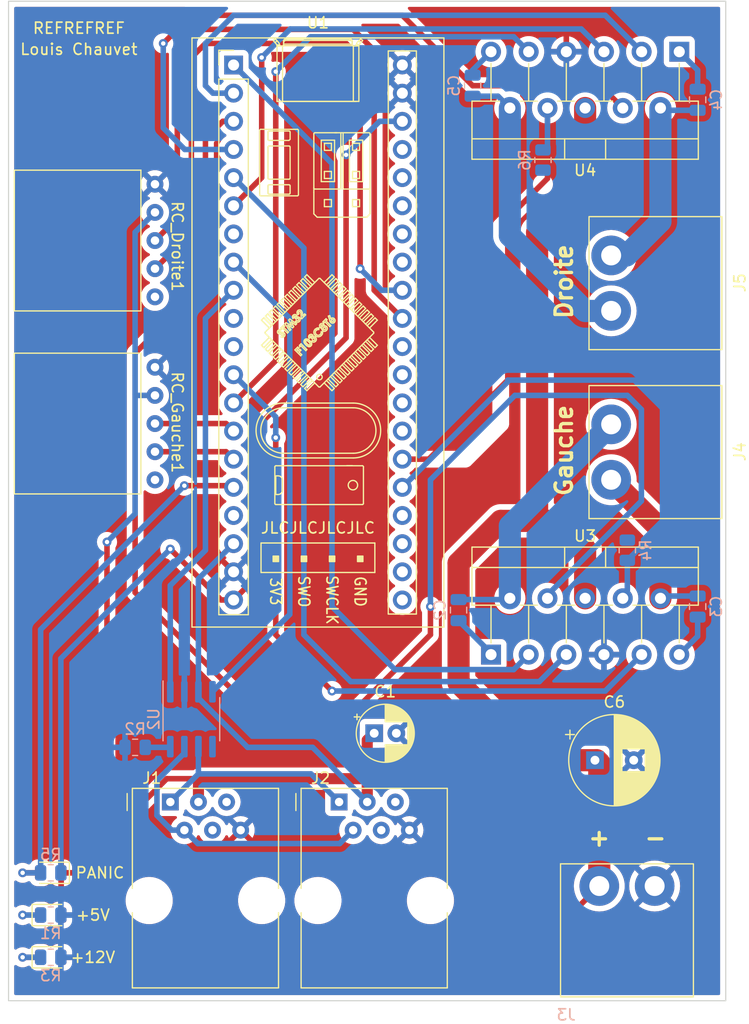
<source format=kicad_pcb>
(kicad_pcb (version 20211014) (generator pcbnew)
  (layers (0 "F.Cu" signal) (31 "B.Cu" signal) (34 "B.Paste" user) (35 "F.Paste" user) (36 "B.SilkS" user "B.Silkscreen") (37 "F.SilkS" user "F.Silkscreen") (38 "B.Mask" user) (39 "F.Mask" user) (44 "Edge.Cuts" user))
  (net 0 "")
  (net 1 "+5V")
  (net 2 "GND")
  (net 3 "Net-(C2-Pad1)")
  (net 4 "Net-(C2-Pad2)")
  (net 5 "Net-(C3-Pad1)")
  (net 6 "Net-(C3-Pad2)")
  (net 7 "Net-(C4-Pad1)")
  (net 8 "Net-(C4-Pad2)")
  (net 9 "Net-(C5-Pad1)")
  (net 10 "Net-(C5-Pad2)")
  (net 11 "Net-(D+5V1-Pad1)")
  (net 12 "Net-(D+12V1-Pad1)")
  (net 13 "+12V")
  (net 14 "CANL")
  (net 15 "CANH")
  (net 20 "Net-(R2-Pad1)")
  (net 21 "A_D")
  (net 22 "B_D")
  (net 24 "A_G")
  (net 25 "B_G")
  (net 27 "PWM_G")
  (net 28 "PWM_D")
  (net 30 "CAN_RX")
  (net 31 "CAN_TX")
  (net 34 "PANIC")
  (net 50 "COURANT_G")
  (net 51 "+3.3V")
  (net 52 "COURANT_D")
  (net 53 "DIRECTION_G")
  (net 54 "FREIN_G")
  (net 55 "TEMPERATURE_G")
  (net 56 "DIRECTION_D")
  (net 57 "FREIN_D")
  (net 58 "TEMPERATURE_D")
  (footprint "Robot:HE14-5-angle" (layer "F.Cu") (at 144.0325 91.44 -90)
    (fp_text reference "RC_Droite1" (at 0.525 3.0625 -90 unlocked) (layer "F.SilkS"))
    (fp_text value "roues_codeuses")
    (pad "1" thru_hole circle (at -5.08 5.08 270) (size 1.524 1.524) (drill 0.762) (layers *.Cu *.Mask) (net 2 "GND"))
    (pad "2" thru_hole circle (at -2.54 5.08 270) (size 1.524 1.524) (drill 0.762) (layers *.Cu *.Mask) (net 1 "+5V"))
    (pad "3" thru_hole circle (at 0 5.08 270) (size 1.524 1.524) (drill 0.762) (layers *.Cu *.Mask) (net 21 "A_D"))
    (pad "4" thru_hole circle (at 2.54 5.08 270) (size 1.524 1.524) (drill 0.762) (layers *.Cu *.Mask) (net 22 "B_D"))
    (pad "5" thru_hole circle (at 5.08 5.08 270) (size 1.524 1.524) (drill 0.762) (layers *.Cu *.Mask))
  )
  (footprint "Robot:RJ12" (layer "F.Cu") (at 155.58 142.09)
    (fp_text reference "J2" (at -1.67 -2.16) (layer "F.SilkS"))
    (fp_text value "RJ_can")
    (pad "" np_thru_hole circle (at 8.25 8.89) (size 3.25 3.25) (drill 3.25) (layers *.Cu *.Mask))
    (pad "" np_thru_hole circle (at -1.91 8.89) (size 3.25 3.25) (drill 3.25) (layers *.Cu *.Mask))
    (pad "1" thru_hole rect (at 0 0) (size 1.52 1.52) (drill 0.76) (layers *.Cu *.Mask) (net 14 "CANL"))
    (pad "2" thru_hole circle (at 1.27 2.54) (size 1.52 1.52) (drill 0.76) (layers *.Cu *.Mask) (net 15 "CANH"))
    (pad "3" thru_hole circle (at 2.54 0) (size 1.52 1.52) (drill 0.76) (layers *.Cu *.Mask) (net 1 "+5V"))
    (pad "4" thru_hole circle (at 3.81 2.54) (size 1.52 1.52) (drill 0.76) (layers *.Cu *.Mask))
    (pad "5" thru_hole circle (at 5.08 0) (size 1.52 1.52) (drill 0.76) (layers *.Cu *.Mask))
    (pad "6" thru_hole circle (at 6.35 2.54) (size 1.52 1.52) (drill 0.76) (layers *.Cu *.Mask) (net 2 "GND"))
  )
  (footprint "LED_SMD:LED_0805_2012Metric" (layer "F.Cu") (at 129.54 152.29)
    (fp_text reference "D+5V1" hide)
    (fp_text value "LED Verte" hide)
    (pad "1" smd roundrect (at -0.9375 0) (size 0.975 1.4) (layers "F.Cu" "F.Paste" "F.Mask") (net 11 "Net-(D+5V1-Pad1)"))
    (pad "2" smd roundrect (at 0.9375 0) (size 0.975 1.4) (layers "F.Cu" "F.Paste" "F.Mask") (net 1 "+5V"))
  )
  (footprint "Package_TO_SOT_THT:TO-220-11_P3.4x5.08mm_StaggerOdd_Lead4.85mm_Vertical" (layer "F.Cu") (at 169.3 128.795)
    (fp_text reference "U3" (at 8.5 -10.7) (layer "F.SilkS"))
    (fp_text value "LMD18200")
    (pad "1" thru_hole rect (at 0 0) (size 1.8 1.8) (drill 1) (layers *.Cu *.Mask) (net 4 "Net-(C2-Pad2)"))
    (pad "2" thru_hole oval (at 1.7 -5.08) (size 1.8 1.8) (drill 1) (layers *.Cu *.Mask) (net 3 "Net-(C2-Pad1)"))
    (pad "3" thru_hole oval (at 3.4 0) (size 1.8 1.8) (drill 1) (layers *.Cu *.Mask) (net 53 "DIRECTION_G"))
    (pad "4" thru_hole oval (at 5.1 -5.08) (size 1.8 1.8) (drill 1) (layers *.Cu *.Mask) (net 54 "FREIN_G"))
    (pad "5" thru_hole oval (at 6.8 0) (size 1.8 1.8) (drill 1) (layers *.Cu *.Mask) (net 27 "PWM_G"))
    (pad "6" thru_hole oval (at 8.5 -5.08) (size 1.8 1.8) (drill 1) (layers *.Cu *.Mask) (net 13 "+12V"))
    (pad "7" thru_hole oval (at 10.2 0) (size 1.8 1.8) (drill 1) (layers *.Cu *.Mask) (net 2 "GND"))
    (pad "8" thru_hole oval (at 11.9 -5.08) (size 1.8 1.8) (drill 1) (layers *.Cu *.Mask) (net 50 "COURANT_G"))
    (pad "9" thru_hole oval (at 13.6 0) (size 1.8 1.8) (drill 1) (layers *.Cu *.Mask) (net 55 "TEMPERATURE_G"))
    (pad "10" thru_hole oval (at 15.3 -5.08) (size 1.8 1.8) (drill 1) (layers *.Cu *.Mask) (net 6 "Net-(C3-Pad2)"))
    (pad "11" thru_hole oval (at 17 0) (size 1.8 1.8) (drill 1) (layers *.Cu *.Mask) (net 5 "Net-(C3-Pad1)"))
  )
  (footprint "Capacitor_THT:CP_Radial_D5.0mm_P2.00mm" (layer "F.Cu") (at 158.75 135.89)
    (fp_text reference "C1" (at 1 -3.75) (layer "F.SilkS"))
    (fp_text value "47u")
    (pad "1" thru_hole rect (at 0 0) (size 1.6 1.6) (drill 0.8) (layers *.Cu *.Mask) (net 1 "+5V"))
    (pad "2" thru_hole circle (at 2 0) (size 1.6 1.6) (drill 0.8) (layers *.Cu *.Mask) (net 2 "GND"))
  )
  (footprint "Robot:HE14-5-angle" (layer "F.Cu") (at 144.0325 107.95 -90)
    (fp_text reference "RC_Gauche1" (at -0.11 3.0625 -90 unlocked) (layer "F.SilkS"))
    (fp_text value "roues_codeuses")
    (pad "1" thru_hole circle (at -5.08 5.08 270) (size 1.524 1.524) (drill 0.762) (layers *.Cu *.Mask) (net 2 "GND"))
    (pad "2" thru_hole circle (at -2.54 5.08 270) (size 1.524 1.524) (drill 0.762) (layers *.Cu *.Mask) (net 1 "+5V"))
    (pad "3" thru_hole circle (at 0 5.08 270) (size 1.524 1.524) (drill 0.762) (layers *.Cu *.Mask) (net 24 "A_G"))
    (pad "4" thru_hole circle (at 2.54 5.08 270) (size 1.524 1.524) (drill 0.762) (layers *.Cu *.Mask) (net 25 "B_G"))
    (pad "5" thru_hole circle (at 5.08 5.08 270) (size 1.524 1.524) (drill 0.762) (layers *.Cu *.Mask))
  )
  (footprint "Robot:Blue Pill" (layer "F.Cu") (at 146.05 75.605)
    (fp_text reference "U1" (at 7.62 -3.81) (layer "F.SilkS"))
    (fp_text value "Blue Pill" hide)
    (fp_text user "SWO" (at 6.35 47.498 270 unlocked) (layer "F.SilkS") (effects (font (size 1 0.9))))
    (fp_text user "GND" (at 11.43 47.498 270 unlocked) (layer "F.SilkS") (effects (font (size 1 0.9))))
    (fp_text user "SWCLK" (at 8.89 48.26 270 unlocked) (layer "F.SilkS") (effects (font (size 1 0.9))))
    (fp_text user "3V3" (at 3.81 47.498 270 unlocked) (layer "F.SilkS") (effects (font (size 1 0.9))))
    (pad "1" thru_hole rect (at 0 0) (size 1.7 1.7) (drill 1) (layers *.Cu *.Mask) (net 53 "DIRECTION_G"))
    (pad "2" thru_hole circle (at 0 2.54) (size 1.7 1.7) (drill 1) (layers *.Cu *.Mask) (net 56 "DIRECTION_D"))
    (pad "3" thru_hole circle (at 0 5.08) (size 1.7 1.7) (drill 1) (layers *.Cu *.Mask) (net 54 "FREIN_G"))
    (pad "4" thru_hole circle (at 0 7.62) (size 1.7 1.7) (drill 1) (layers *.Cu *.Mask) (net 57 "FREIN_D"))
    (pad "5" thru_hole circle (at 0 10.16) (size 1.7 1.7) (drill 1) (layers *.Cu *.Mask) (net 27 "PWM_G"))
    (pad "6" thru_hole circle (at 0 12.7) (size 1.7 1.7) (drill 1) (layers *.Cu *.Mask) (net 28 "PWM_D"))
    (pad "7" thru_hole circle (at 0 15.24) (size 1.7 1.7) (drill 1) (layers *.Cu *.Mask))
    (pad "8" thru_hole circle (at 0 17.78) (size 1.7 1.7) (drill 1) (layers *.Cu *.Mask) (net 30 "CAN_RX"))
    (pad "9" thru_hole circle (at 0 20.32) (size 1.7 1.7) (drill 1) (layers *.Cu *.Mask) (net 31 "CAN_TX"))
    (pad "10" thru_hole circle (at 0 22.86) (size 1.7 1.7) (drill 1) (layers *.Cu *.Mask))
    (pad "11" thru_hole circle (at 0 25.4) (size 1.7 1.7) (drill 1) (layers *.Cu *.Mask))
    (pad "12" thru_hole circle (at 0 27.94) (size 1.7 1.7) (drill 1) (layers *.Cu *.Mask) (net 55 "TEMPERATURE_G"))
    (pad "13" thru_hole circle (at 0 30.48) (size 1.7 1.7) (drill 1) (layers *.Cu *.Mask) (net 58 "TEMPERATURE_D"))
    (pad "14" thru_hole circle (at 0 33.02) (size 1.7 1.7) (drill 1) (layers *.Cu *.Mask) (net 24 "A_G"))
    (pad "15" thru_hole circle (at 0 35.56) (size 1.7 1.7) (drill 1) (layers *.Cu *.Mask) (net 25 "B_G"))
    (pad "16" thru_hole circle (at 0 38.1) (size 1.7 1.7) (drill 1) (layers *.Cu *.Mask) (net 34 "PANIC"))
    (pad "17" thru_hole circle (at 0 40.64) (size 1.7 1.7) (drill 1) (layers *.Cu *.Mask))
    (pad "18" thru_hole circle (at 0 43.18) (size 1.7 1.7) (drill 1) (layers *.Cu *.Mask) (net 1 "+5V"))
    (pad "19" thru_hole circle (at 0 45.72) (size 1.7 1.7) (drill 1) (layers *.Cu *.Mask) (net 2 "GND"))
    (pad "20" thru_hole circle (at 0 48.26) (size 1.7 1.7) (drill 1) (layers *.Cu *.Mask) (net 51 "+3.3V"))
    (pad "21" thru_hole circle (at 15.24 48.26) (size 1.7 1.7) (drill 1) (layers *.Cu *.Mask))
    (pad "22" thru_hole circle (at 15.24 45.72) (size 1.7 1.7) (drill 1) (layers *.Cu *.Mask))
    (pad "23" thru_hole circle (at 15.24 43.18) (size 1.7 1.7) (drill 1) (layers *.Cu *.Mask))
    (pad "24" thru_hole circle (at 15.24 40.64) (size 1.7 1.7) (drill 1) (layers *.Cu *.Mask))
    (pad "25" thru_hole circle (at 15.24 38.1) (size 1.7 1.7) (drill 1) (layers *.Cu *.Mask) (net 50 "COURANT_G"))
    (pad "26" thru_hole circle (at 15.24 35.56) (size 1.7 1.7) (drill 1) (layers *.Cu *.Mask) (net 52 "COURANT_D"))
    (pad "27" thru_hole circle (at 15.24 33.02) (size 1.7 1.7) (drill 1) (layers *.Cu *.Mask))
    (pad "28" thru_hole circle (at 15.24 30.48) (size 1.7 1.7) (drill 1) (layers *.Cu *.Mask))
    (pad "29" thru_hole circle (at 15.24 27.94) (size 1.7 1.7) (drill 1) (layers *.Cu *.Mask))
    (pad "30" thru_hole circle (at 15.24 25.4) (size 1.7 1.7) (drill 1) (layers *.Cu *.Mask))
    (pad "31" thru_hole circle (at 15.24 22.86) (size 1.7 1.7) (drill 1) (layers *.Cu *.Mask) (net 21 "A_D"))
    (pad "32" thru_hole circle (at 15.24 20.32) (size 1.7 1.7) (drill 1) (layers *.Cu *.Mask) (net 22 "B_D"))
    (pad "33" thru_hole circle (at 15.24 17.78) (size 1.7 1.7) (drill 1) (layers *.Cu *.Mask))
    (pad "34" thru_hole circle (at 15.24 15.24) (size 1.7 1.7) (drill 1) (layers *.Cu *.Mask))
    (pad "35" thru_hole circle (at 15.24 12.7) (size 1.7 1.7) (drill 1) (layers *.Cu *.Mask))
    (pad "36" thru_hole circle (at 15.24 10.16) (size 1.7 1.7) (drill 1) (layers *.Cu *.Mask))
    (pad "37" thru_hole circle (at 15.24 7.62) (size 1.7 1.7) (drill 1) (layers *.Cu *.Mask))
    (pad "38" thru_hole circle (at 15.24 5.08) (size 1.7 1.7) (drill 1) (layers *.Cu *.Mask) (net 51 "+3.3V"))
    (pad "39" thru_hole circle (at 15.24 2.54) (size 1.7 1.7) (drill 1) (layers *.Cu *.Mask) (net 2 "GND"))
    (pad "40" thru_hole circle (at 15.24 0) (size 1.7 1.7) (drill 1) (layers *.Cu *.Mask) (net 2 "GND"))
  )
  (footprint "Robot:RJ12" (layer "F.Cu") (at 140.34 142.09)
    (fp_text reference "J1" (at -1.67 -2.16) (layer "F.SilkS"))
    (fp_text value "RJ_can")
    (pad "" np_thru_hole circle (at -1.91 8.89) (size 3.25 3.25) (drill 3.25) (layers *.Cu *.Mask))
    (pad "" np_thru_hole circle (at 8.25 8.89) (size 3.25 3.25) (drill 3.25) (layers *.Cu *.Mask))
    (pad "1" thru_hole rect (at 0 0) (size 1.52 1.52) (drill 0.76) (layers *.Cu *.Mask) (net 14 "CANL"))
    (pad "2" thru_hole circle (at 1.27 2.54) (size 1.52 1.52) (drill 0.76) (layers *.Cu *.Mask) (net 15 "CANH"))
    (pad "3" thru_hole circle (at 2.54 0) (size 1.52 1.52) (drill 0.76) (layers *.Cu *.Mask) (net 1 "+5V"))
    (pad "4" thru_hole circle (at 3.81 2.54) (size 1.52 1.52) (drill 0.76) (layers *.Cu *.Mask))
    (pad "5" thru_hole circle (at 5.08 0) (size 1.52 1.52) (drill 0.76) (layers *.Cu *.Mask))
    (pad "6" thru_hole circle (at 6.35 2.54) (size 1.52 1.52) (drill 0.76) (layers *.Cu *.Mask) (net 2 "GND"))
  )
  (footprint "Package_TO_SOT_THT:TO-220-11_P3.4x5.08mm_StaggerOdd_Lead4.85mm_Vertical" (layer "F.Cu") (at 186.3 74.405 180)
    (fp_text reference "U4" (at 8.5 -10.7) (layer "F.SilkS"))
    (fp_text value "LMD18200")
    (pad "1" thru_hole rect (at 0 0 180) (size 1.8 1.8) (drill 1) (layers *.Cu *.Mask) (net 8 "Net-(C4-Pad2)"))
    (pad "2" thru_hole oval (at 1.7 -5.08 180) (size 1.8 1.8) (drill 1) (layers *.Cu *.Mask) (net 7 "Net-(C4-Pad1)"))
    (pad "3" thru_hole oval (at 3.4 0 180) (size 1.8 1.8) (drill 1) (layers *.Cu *.Mask) (net 56 "DIRECTION_D"))
    (pad "4" thru_hole oval (at 5.1 -5.08 180) (size 1.8 1.8) (drill 1) (layers *.Cu *.Mask) (net 57 "FREIN_D"))
    (pad "5" thru_hole oval (at 6.8 0 180) (size 1.8 1.8) (drill 1) (layers *.Cu *.Mask) (net 28 "PWM_D"))
    (pad "6" thru_hole oval (at 8.5 -5.08 180) (size 1.8 1.8) (drill 1) (layers *.Cu *.Mask) (net 13 "+12V"))
    (pad "7" thru_hole oval (at 10.2 0 180) (size 1.8 1.8) (drill 1) (layers *.Cu *.Mask) (net 2 "GND"))
    (pad "8" thru_hole oval (at 11.9 -5.08 180) (size 1.8 1.8) (drill 1) (layers *.Cu *.Mask) (net 52 "COURANT_D"))
    (pad "9" thru_hole oval (at 13.6 0 180) (size 1.8 1.8) (drill 1) (layers *.Cu *.Mask) (net 58 "TEMPERATURE_D"))
    (pad "10" thru_hole oval (at 15.3 -5.08 180) (size 1.8 1.8) (drill 1) (layers *.Cu *.Mask) (net 10 "Net-(C5-Pad2)"))
    (pad "11" thru_hole oval (at 17 0 180) (size 1.8 1.8) (drill 1) (layers *.Cu *.Mask) (net 9 "Net-(C5-Pad1)"))
  )
  (footprint "LED_SMD:LED_0805_2012Metric" (layer "F.Cu") (at 129.54 156.1)
    (fp_text reference "D+12V1" hide)
    (fp_text value "LED bleu" hide)
    (pad "1" smd roundrect (at -0.9375 0) (size 0.975 1.4) (layers "F.Cu" "F.Paste" "F.Mask") (net 12 "Net-(D+12V1-Pad1)"))
    (pad "2" smd roundrect (at 0.9375 0) (size 0.975 1.4) (layers "F.Cu" "F.Paste" "F.Mask") (net 13 "+12V"))
  )
  (footprint "Robot:WR_TBL_3137_2pins" (layer "F.Cu") (at 184.15 95.25 90)
    (fp_text reference "J5" (at 0 7.62 90 unlocked) (layer "F.SilkS"))
    (fp_text value "moteur droit")
    (pad "1" thru_hole circle (at -2.5325 -4 270) (size 3.58 3.58) (drill 1.8) (layers *.Cu *.Mask) (net 10 "Net-(C5-Pad2)"))
    (pad "2" thru_hole circle (at 2.4675 -4 270) (size 3.58 3.58) (drill 1.8) (layers *.Cu *.Mask) (net 7 "Net-(C4-Pad1)"))
  )
  (footprint "Robot:WR_TBL_3137_2pins" (layer "F.Cu") (at 184.15 110.49 90)
    (fp_text reference "J4" (at 0 7.62 90 unlocked) (layer "F.SilkS"))
    (fp_text value "moteur gauche")
    (pad "1" thru_hole circle (at -2.5325 -4 270) (size 3.58 3.58) (drill 1.8) (layers *.Cu *.Mask) (net 6 "Net-(C3-Pad2)"))
    (pad "2" thru_hole circle (at 2.4675 -4 270) (size 3.58 3.58) (drill 1.8) (layers *.Cu *.Mask) (net 3 "Net-(C2-Pad1)"))
  )
  (footprint "Robot:WR_TBL_3137_2pins" (layer "F.Cu") (at 181.61 153.67)
    (fp_text reference "J3" (at -5.525 7.62 unlocked) (layer "B.SilkS") (effects (justify mirror)))
    (fp_text value "connector_power")
    (pad "1" thru_hole circle (at -2.5325 -4 180) (size 3.58 3.58) (drill 1.8) (layers *.Cu *.Mask) (net 13 "+12V"))
    (pad "2" thru_hole circle (at 2.4675 -4 180) (size 3.58 3.58) (drill 1.8) (layers *.Cu *.Mask) (net 2 "GND"))
  )
  (footprint "LED_SMD:LED_0805_2012Metric" (layer "F.Cu") (at 129.54 148.48 180)
    (fp_text reference "DPANIC1" hide)
    (fp_text value "LED Rouge" hide)
    (pad "1" smd roundrect (at -0.9375 0 180) (size 0.975 1.4) (layers "F.Cu" "F.Paste" "F.Mask") (net 2 "GND"))
    (pad "2" smd roundrect (at 0.9375 0 180) (size 0.975 1.4) (layers "F.Cu" "F.Paste" "F.Mask") (net 34 "PANIC"))
  )
  (footprint "Capacitor_THT:CP_Radial_D8.0mm_P3.50mm" (layer "F.Cu") (at 178.687349 138.32)
    (fp_text reference "C6" (at 1.75 -5.25) (layer "F.SilkS"))
    (fp_text value "470u")
    (pad "1" thru_hole rect (at 0 0) (size 1.6 1.6) (drill 0.8) (layers *.Cu *.Mask) (net 13 "+12V"))
    (pad "2" thru_hole circle (at 3.5 0) (size 1.6 1.6) (drill 0.8) (layers *.Cu *.Mask) (net 2 "GND"))
  )
  (footprint "Resistor_SMD:R_0805_2012Metric" (layer "B.Cu") (at 137.16 137.16 180)
    (fp_text reference "R2" (at 0 1.65) (layer "B.SilkS") (effects (justify mirror)))
    (fp_text value "10k")
    (pad "1" smd roundrect (at -0.9125 0 180) (size 1.025 1.4) (layers "B.Cu" "B.Paste" "B.Mask") (roundrect_rratio 0.243902) (net 20 "Net-(R2-Pad1)"))
    (pad "2" smd roundrect (at 0.9125 0 180) (size 1.025 1.4) (layers "B.Cu" "B.Paste" "B.Mask") (roundrect_rratio 0.243902) (net 2 "GND"))
  )
  (footprint "Package_SO:SOIC-8_3.9x4.9mm_P1.27mm" (layer "B.Cu") (at 142.24 134.62 -90)
    (fp_text reference "U2" (at 0 3.4 90) (layer "B.SilkS") (effects (justify mirror)))
    (fp_text value "MCP2551-I-SN")
    (pad "1" smd roundrect (at -2.475 1.905 270) (size 1.95 0.6) (layers "B.Cu" "B.Paste" "B.Mask") (net 31 "CAN_TX"))
    (pad "2" smd roundrect (at -2.475 0.635 270) (size 1.95 0.6) (layers "B.Cu" "B.Paste" "B.Mask") (net 2 "GND"))
    (pad "3" smd roundrect (at -2.475 -0.635 270) (size 1.95 0.6) (layers "B.Cu" "B.Paste" "B.Mask") (net 1 "+5V"))
    (pad "4" smd roundrect (at -2.475 -1.905 270) (size 1.95 0.6) (layers "B.Cu" "B.Paste" "B.Mask") (net 30 "CAN_RX"))
    (pad "5" smd roundrect (at 2.475 -1.905 270) (size 1.95 0.6) (layers "B.Cu" "B.Paste" "B.Mask"))
    (pad "6" smd roundrect (at 2.475 -0.635 270) (size 1.95 0.6) (layers "B.Cu" "B.Paste" "B.Mask") (net 14 "CANL"))
    (pad "7" smd roundrect (at 2.475 0.635 270) (size 1.95 0.6) (layers "B.Cu" "B.Paste" "B.Mask") (net 15 "CANH"))
    (pad "8" smd roundrect (at 2.475 1.905 270) (size 1.95 0.6) (layers "B.Cu" "B.Paste" "B.Mask") (net 20 "Net-(R2-Pad1)"))
  )
  (footprint "Resistor_SMD:R_0805_2012Metric" (layer "B.Cu") (at 129.54 156.1)
    (fp_text reference "R3" (at 0 1.65) (layer "B.SilkS") (effects (justify mirror)))
    (fp_text value "1k")
    (pad "1" smd roundrect (at -0.9125 0) (size 1.025 1.4) (layers "B.Cu" "B.Paste" "B.Mask") (roundrect_rratio 0.243902) (net 12 "Net-(D+12V1-Pad1)"))
    (pad "2" smd roundrect (at 0.9125 0) (size 1.025 1.4) (layers "B.Cu" "B.Paste" "B.Mask") (roundrect_rratio 0.243902) (net 2 "GND"))
  )
  (footprint "Capacitor_SMD:C_0805_2012Metric" (layer "B.Cu") (at 166.37 124.78 -90)
    (fp_text reference "C2" (at 0 1.68 90) (layer "B.SilkS") (effects (justify mirror)))
    (fp_text value "10n")
    (pad "1" smd roundrect (at -0.95 0 270) (size 1 1.45) (layers "B.Cu" "B.Paste" "B.Mask") (net 3 "Net-(C2-Pad1)"))
    (pad "2" smd roundrect (at 0.95 0 270) (size 1 1.45) (layers "B.Cu" "B.Paste" "B.Mask") (net 4 "Net-(C2-Pad2)"))
  )
  (footprint "Capacitor_SMD:C_0805_2012Metric" (layer "B.Cu") (at 187.96 124.46 90)
    (fp_text reference "C3" (at 0 1.68 90) (layer "B.SilkS") (effects (justify mirror)))
    (fp_text value "10n")
    (pad "1" smd roundrect (at -0.95 0 90) (size 1 1.45) (layers "B.Cu" "B.Paste" "B.Mask") (net 5 "Net-(C3-Pad1)"))
    (pad "2" smd roundrect (at 0.95 0 90) (size 1 1.45) (layers "B.Cu" "B.Paste" "B.Mask") (net 6 "Net-(C3-Pad2)"))
  )
  (footprint "Resistor_SMD:R_0805_2012Metric" (layer "B.Cu") (at 129.54 148.48 180)
    (fp_text reference "R5" (at 0 1.65) (layer "B.SilkS") (effects (justify mirror)))
    (fp_text value "330")
    (pad "1" smd roundrect (at -0.9125 0 180) (size 1.025 1.4) (layers "B.Cu" "B.Paste" "B.Mask") (roundrect_rratio 0.243902) (net 51 "+3.3V"))
    (pad "2" smd roundrect (at 0.9125 0 180) (size 1.025 1.4) (layers "B.Cu" "B.Paste" "B.Mask") (roundrect_rratio 0.243902) (net 34 "PANIC"))
  )
  (footprint "Resistor_SMD:R_0805_2012Metric" (layer "B.Cu") (at 129.54 152.29)
    (fp_text reference "R1" (at 0 1.65) (layer "B.SilkS") (effects (justify mirror)))
    (fp_text value "330")
    (pad "1" smd roundrect (at -0.9125 0) (size 1.025 1.4) (layers "B.Cu" "B.Paste" "B.Mask") (roundrect_rratio 0.243902) (net 11 "Net-(D+5V1-Pad1)"))
    (pad "2" smd roundrect (at 0.9125 0) (size 1.025 1.4) (layers "B.Cu" "B.Paste" "B.Mask") (roundrect_rratio 0.243902) (net 2 "GND"))
  )
  (footprint "Capacitor_SMD:C_0805_2012Metric" (layer "B.Cu") (at 187.96 78.74 90)
    (fp_text reference "C4" (at 0 1.68 90) (layer "B.SilkS") (effects (justify mirror)))
    (fp_text value "10n")
    (pad "1" smd roundrect (at -0.95 0 90) (size 1 1.45) (layers "B.Cu" "B.Paste" "B.Mask") (net 7 "Net-(C4-Pad1)"))
    (pad "2" smd roundrect (at 0.95 0 90) (size 1 1.45) (layers "B.Cu" "B.Paste" "B.Mask") (net 8 "Net-(C4-Pad2)"))
  )
  (footprint "Capacitor_SMD:C_0805_2012Metric" (layer "B.Cu") (at 167.64 77.47 -90)
    (fp_text reference "C5" (at 0 1.68 90) (layer "B.SilkS") (effects (justify mirror)))
    (fp_text value "10n")
    (pad "1" smd roundrect (at -0.95 0 270) (size 1 1.45) (layers "B.Cu" "B.Paste" "B.Mask") (net 9 "Net-(C5-Pad1)"))
    (pad "2" smd roundrect (at 0.95 0 270) (size 1 1.45) (layers "B.Cu" "B.Paste" "B.Mask") (net 10 "Net-(C5-Pad2)"))
  )
  (footprint "Resistor_SMD:R_0805_2012Metric" (layer "B.Cu") (at 173.99 84.1775 -90)
    (fp_text reference "R6" (at 0 1.65 90) (layer "B.SilkS") (effects (justify mirror)))
    (fp_text value "2.7k")
    (pad "1" smd roundrect (at -0.9125 0 270) (size 1.025 1.4) (layers "B.Cu" "B.Paste" "B.Mask") (roundrect_rratio 0.243902) (net 52 "COURANT_D"))
    (pad "2" smd roundrect (at 0.9125 0 270) (size 1.025 1.4) (layers "B.Cu" "B.Paste" "B.Mask") (roundrect_rratio 0.243902) (net 2 "GND"))
  )
  (footprint "Resistor_SMD:R_0805_2012Metric" (layer "B.Cu") (at 181.61 119.38 90)
    (fp_text reference "R4" (at 0 1.65 90) (layer "B.SilkS") (effects (justify mirror)))
    (fp_text value "2.7k")
    (pad "1" smd roundrect (at -0.9125 0 90) (size 1.025 1.4) (layers "B.Cu" "B.Paste" "B.Mask") (roundrect_rratio 0.243902) (net 50 "COURANT_G"))
    (pad "2" smd roundrect (at 0.9125 0 90) (size 1.025 1.4) (layers "B.Cu" "B.Paste" "B.Mask") (roundrect_rratio 0.243902) (net 2 "GND"))
  )
  (gr_rect (start 125.73 69.85) (end 190.5 160.02) (layer "Edge.Cuts") (width 0.1) (fill none))
  (gr_text "Louis Chauvet" (at 132.08 74.185) (layer "F.SilkS") (effects (font (size 1 1))))
  (gr_text "Gauche" (at 175.895 110.38 90) (layer "F.SilkS") (effects (font (size 1.5 1.5) (thickness 0.3))))
  (gr_text "PANIC" (at 133.985 148.48) (layer "F.SilkS") (effects (font (size 1 1))))
  (gr_text "REFREFREF" (at 132.08 72.28) (layer "F.SilkS") (effects (font (size 1 1))))
  (gr_text "+" (at 179.07 145.305) (layer "F.SilkS") (effects (font (size 1.5 1.5) (thickness 0.3))))
  (gr_text "-" (at 184.15 145.305) (layer "F.SilkS") (effects (font (size 1.5 1.5) (thickness 0.3))))
  (gr_text "+5V" (at 133.35 152.29) (layer "F.SilkS") (effects (font (size 1 1))))
  (gr_text "+12V" (at 133.35 156.1) (layer "F.SilkS") (effects (font (size 1 1))))
  (gr_text "Droite" (at 175.895 95.14 90) (layer "F.SilkS") (effects (font (size 1.5 1.5) (thickness 0.3))))
  (gr_text "JLCJLCJLCJLC" (at 153.67 117.365) (layer "F.SilkS") (effects (font (size 1 1))))
  (segment (start 142.88 140.23) (end 142.875 140.225) (width 1) (layer "F.Cu") (net 1))
  (segment (start 132.08 152.29) (end 134.62 149.75) (width 0.5) (layer "F.Cu") (net 1))
  (segment (start 157.877308 139.987308) (end 143.112692 139.987308) (width 1) (layer "F.Cu") (net 1))
  (segment (start 134.62 145.39) (end 137.2025 142.8075) (width 0.5) (layer "F.Cu") (net 1))
  (segment (start 142.88 142.09) (end 142.88 140.23) (width 1) (layer "F.Cu") (net 1))
  (segment (start 134.62 140.225) (end 137.2025 142.8075) (width 0.5) (layer "F.Cu") (net 1))
  (segment (start 158.12 142.09) (end 158.12 140.23) (width 1) (layer "F.Cu") (net 1))
  (segment (start 158.12 136.52) (end 158.75 135.89) (width 1) (layer "F.Cu") (net 1))
  (segment (start 134.62 149.75) (end 134.62 145.39) (width 0.5) (layer "F.Cu") (net 1))
  (segment (start 158.12 142.09) (end 158.12 136.52) (width 1) (layer "F.Cu") (net 1))
  (segment (start 134.62 118.635) (end 134.62 140.225) (width 0.5) (layer "F.Cu") (net 1))
  (segment (start 137.2025 142.8075) (end 140.022692 139.987308) (width 0.5) (layer "F.Cu") (net 1))
  (segment (start 158.12 140.23) (end 157.877308 139.987308) (width 1) (layer "F.Cu") (net 1))
  (segment (start 143.112692 139.987308) (end 140.022692 139.987308) (width 0.5) (layer "F.Cu") (net 1))
  (segment (start 130.4775 152.29) (end 132.08 152.29) (width 0.5) (layer "F.Cu") (net 1))
  (via (at 134.62 118.635) (size 0.8) (drill 0.4) (layers "F.Cu" "B.Cu") (net 1))
  (segment (start 138.9525 88.9) (end 137.16 90.6925) (width 0.5) (layer "B.Cu") (net 1))
  (segment (start 137.16 116.095) (end 134.62 118.635) (width 0.5) (layer "B.Cu") (net 1))
  (segment (start 147.32 137.16) (end 153.19 137.16) (width 0.5) (layer "B.Cu") (net 1))
  (segment (start 137.16 103.6175) (end 137.16 105.3) (width 0.5) (layer "B.Cu") (net 1))
  (segment (start 142.875 132.145) (end 142.875 132.715) (width 0.5) (layer "B.Cu") (net 1))
  (segment (start 142.875 121.96) (end 146.05 118.785) (width 0.5) (layer "B.Cu") (net 1))
  (segment (start 153.19 137.16) (end 158.12 142.09) (width 0.5) (layer "B.Cu") (net 1))
  (segment (start 142.875 132.715) (end 147.32 137.16) (width 0.5) (layer "B.Cu") (net 1))
  (segment (start 137.27 105.41) (end 138.9525 105.41) (width 0.5) (layer "B.Cu") (net 1))
  (segment (start 137.16 105.3) (end 137.27 105.41) (width 0.5) (layer "B.Cu") (net 1))
  (segment (start 142.875 132.145) (end 142.875 121.96) (width 0.5) (layer "B.Cu") (net 1))
  (segment (start 137.16 90.6925) (end 137.16 103.6175) (width 0.5) (layer "B.Cu") (net 1))
  (segment (start 137.16 105.3) (end 137.16 116.095) (width 0.5) (layer "B.Cu") (net 1))
  (segment (start 166.37 123.83) (end 170.885 123.83) (width 0.5) (layer "B.Cu") (net 3))
  (segment (start 170.885 123.83) (end 171 123.715) (width 0.5) (layer "B.Cu") (net 3))
  (segment (start 171 117.1725) (end 171 123.715) (width 2) (layer "B.Cu") (net 3))
  (segment (start 180.15 108.0225) (end 171 117.1725) (width 2) (layer "B.Cu") (net 3))
  (segment (start 169.3 128.795) (end 169.3 128.66) (width 0.5) (layer "B.Cu") (net 4))
  (segment (start 169.3 128.66) (end 166.37 125.73) (width 0.5) (layer "B.Cu") (net 4))
  (segment (start 187.96 127.135) (end 186.3 128.795) (width 0.5) (layer "B.Cu") (net 5))
  (segment (start 187.96 125.41) (end 187.96 127.135) (width 0.5) (layer "B.Cu") (net 5))
  (segment (start 184.6 123.715) (end 184.6 117.4725) (width 2) (layer "F.Cu") (net 6))
  (segment (start 184.6 117.4725) (end 180.15 113.0225) (width 2) (layer "F.Cu") (net 6))
  (segment (start 184.805 123.51) (end 184.6 123.715) (width 0.5) (layer "B.Cu") (net 6))
  (segment (start 187.96 123.51) (end 184.805 123.51) (width 0.5) (layer "B.Cu") (net 6))
  (segment (start 184.805 79.69) (end 184.6 79.485) (width 0.5) (layer "B.Cu") (net 7))
  (segment (start 180.15 92.7825) (end 181.5375 92.7825) (width 2) (layer "B.Cu") (net 7))
  (segment (start 181.5375 92.7825) (end 184.6 89.72) (width 2) (layer "B.Cu") (net 7))
  (segment (start 184.6 89.72) (end 184.6 79.485) (width 2) (layer "B.Cu") (net 7))
  (segment (start 187.96 79.69) (end 184.805 79.69) (width 0.5) (layer "B.Cu") (net 7))
  (segment (start 187.96 76.065) (end 186.3 74.405) (width 0.5) (layer "B.Cu") (net 8))
  (segment (start 187.96 77.79) (end 187.96 76.065) (width 0.5) (layer "B.Cu") (net 8))
  (segment (start 167.64 76.52) (end 167.64 76.065) (width 0.5) (layer "B.Cu") (net 9))
  (segment (start 167.64 76.065) (end 169.3 74.405) (width 0.5) (layer "B.Cu") (net 9))
  (segment (start 180.1425 97.79) (end 180.15 97.7825) (width 2) (layer "B.Cu") (net 10))
  (segment (start 167.64 78.42) (end 169.935 78.42) (width 0.5) (layer "B.Cu") (net 10))
  (segment (start 177.8 97.79) (end 180.1425 97.79) (width 2) (layer "B.Cu") (net 10))
  (segment (start 171 90.99) (end 177.8 97.79) (width 2) (layer "B.Cu") (net 10))
  (segment (start 171 79.485) (end 171 90.99) (width 2) (layer "B.Cu") (net 10))
  (segment (start 169.935 78.42) (end 171 79.485) (width 0.5) (layer "B.Cu") (net 10))
  (segment (start 128.6025 152.29) (end 127 152.29) (width 0.5) (layer "F.Cu") (net 11))
  (via (at 127 152.29) (size 0.8) (drill 0.4) (layers "F.Cu" "B.Cu") (net 11))
  (segment (start 128.6275 152.29) (end 127 152.29) (width 0.5) (layer "B.Cu") (net 11))
  (segment (start 128.6025 156.1) (end 127 156.1) (width 0.5) (layer "F.Cu") (net 12))
  (via (at 127 156.1) (size 0.8) (drill 0.4) (layers "F.Cu" "B.Cu") (net 12))
  (segment (start 128.6275 156.1) (end 127 156.1) (width 0.5) (layer "B.Cu") (net 12))
  (segment (start 177.8 119.27) (end 175.26 116.73) (width 2) (layer "F.Cu") (net 13))
  (segment (start 177.8 123.715) (end 177.8 119.27) (width 2) (layer "F.Cu") (net 13))
  (segment (start 166.37 120.54) (end 166.37 131.335) (width 2) (layer "F.Cu") (net 13))
  (segment (start 179.0775 138.564849) (end 179.0775 149.67) (width 2) (layer "F.Cu") (net 13))
  (segment (start 178.832651 138.32) (end 179.0775 138.564849) (width 2) (layer "F.Cu") (net 13))
  (segment (start 175.26 116.73) (end 170.18 116.73) (width 2) (layer "F.Cu") (net 13))
  (segment (start 172.6475 156.1) (end 179.0775 149.67) (width 0.5) (layer "F.Cu") (net 13))
  (segment (start 177.8 86.36) (end 177.8 79.485) (width 2) (layer "F.Cu") (net 13))
  (segment (start 130.4775 156.1) (end 172.6475 156.1) (width 0.5) (layer "F.Cu") (net 13))
  (segment (start 173.465 115.985) (end 173.465 90.695) (width 2) (layer "F.Cu") (net 13))
  (segment (start 170.18 116.73) (end 166.37 120.54) (width 2) (layer "F.Cu") (net 13))
  (segment (start 166.37 131.335) (end 173.355 138.32) (width 2) (layer "F.Cu") (net 13))
  (segment (start 173.355 138.32) (end 178.832651 138.32) (width 2) (layer "F.Cu") (net 13))
  (segment (start 173.465 90.695) (end 177.8 86.36) (width 2) (layer "F.Cu") (net 13))
  (segment (start 142.875 139.555) (end 140.34 142.09) (width 0.5) (layer "B.Cu") (net 14))
  (segment (start 142.875 137.095) (end 142.875 139.555) (width 0.5) (layer "B.Cu") (net 14))
  (segment (start 142.875 139.555) (end 153.045 139.555) (width 0.5) (layer "B.Cu") (net 14))
  (segment (start 153.045 139.555) (end 155.58 142.09) (width 0.5) (layer "B.Cu") (net 14))
  (segment (start 155.64 145.84) (end 156.85 144.63) (width 0.5) (layer "B.Cu") (net 15))
  (segment (start 142.82 145.84) (end 155.64 145.84) (width 0.5) (layer "B.Cu") (net 15))
  (segment (start 139.13 140.155) (end 141.605 137.68) (width 0.5) (layer "B.Cu") (net 15))
  (segment (start 139.13 143.3) (end 139.13 140.155) (width 0.5) (layer "B.Cu") (net 15))
  (segment (start 141.61 144.63) (end 142.82 145.84) (width 0.5) (layer "B.Cu") (net 15))
  (segment (start 141.605 137.68) (end 141.605 137.095) (width 0.5) (layer "B.Cu") (net 15))
  (segment (start 140.46 144.63) (end 139.13 143.3) (width 0.5) (layer "B.Cu") (net 15))
  (segment (start 141.61 144.63) (end 140.46 144.63) (width 0.5) (layer "B.Cu") (net 15))
  (segment (start 140.27 137.16) (end 140.335 137.095) (width 0.5) (layer "B.Cu") (net 20))
  (segment (start 138.0725 137.16) (end 140.27 137.16) (width 0.5) (layer "B.Cu") (net 20))
  (segment (start 156.845 72.39) (end 158.75 74.295) (width 0.5) (layer "F.Cu") (net 21))
  (segment (start 140.97 89.4225) (end 140.97 73.66) (width 0.5) (layer "F.Cu") (net 21))
  (segment (start 140.97 73.66) (end 142.24 72.39) (width 0.5) (layer "F.Cu") (net 21))
  (segment (start 158.75 74.295) (end 158.75 95.925) (width 0.5) (layer "F.Cu") (net 21))
  (segment (start 138.9525 91.44) (end 140.97 89.4225) (width 0.5) (layer "F.Cu") (net 21))
  (segment (start 158.75 95.925) (end 161.29 98.465) (width 0.5) (layer "F.Cu") (net 21))
  (segment (start 142.24 72.39) (end 156.845 72.39) (width 0.5) (layer "F.Cu") (net 21))
  (segment (start 142.24 74.93) (end 143.51 73.66) (width 0.5) (layer "F.Cu") (net 22))
  (segment (start 156.21 73.66) (end 157.48 74.93) (width 0.5) (layer "F.Cu") (net 22))
  (segment (start 142.24 76.2) (end 142.24 74.93) (width 0.5) (layer "F.Cu") (net 22))
  (segment (start 138.9525 93.98) (end 142.24 90.6925) (width 0.5) (layer "F.Cu") (net 22))
  (segment (start 143.51 73.66) (end 156.21 73.66) (width 0.5) (layer "F.Cu") (net 22))
  (segment (start 142.24 90.6925) (end 142.24 76.2) (width 0.5) (layer "F.Cu") (net 22))
  (segment (start 157.48 74.93) (end 157.48 93.98) (width 0.5) (layer "F.Cu") (net 22))
  (via (at 157.48 93.98) (size 0.8) (drill 0.4) (layers "F.Cu" "B.Cu") (net 22))
  (segment (start 161.29 95.925) (end 159.425 95.925) (width 0.5) (layer "B.Cu") (net 22))
  (segment (start 159.425 95.925) (end 157.48 93.98) (width 0.5) (layer "B.Cu") (net 22))
  (segment (start 145.375 107.95) (end 146.05 108.625) (width 0.5) (layer "F.Cu") (net 24))
  (segment (start 138.9525 107.95) (end 145.375 107.95) (width 0.5) (layer "F.Cu") (net 24))
  (segment (start 145.375 110.49) (end 146.05 111.165) (width 0.5) (layer "F.Cu") (net 25))
  (segment (start 138.9525 110.49) (end 145.375 110.49) (width 0.5) (layer "F.Cu") (net 25))
  (segment (start 156.63 131.23) (end 152.4 127) (width 0.5) (layer "B.Cu") (net 27))
  (segment (start 176.1 128.795) (end 173.665 131.23) (width 0.5) (layer "B.Cu") (net 27))
  (segment (start 152.4 127) (end 152.4 92.115) (width 0.5) (layer "B.Cu") (net 27))
  (segment (start 173.665 131.23) (end 156.63 131.23) (width 0.5) (layer "B.Cu") (net 27))
  (segment (start 152.4 92.115) (end 146.05 85.765) (width 0.5) (layer "B.Cu") (net 27))
  (segment (start 148.59 74.93) (end 148.59 85.765) (width 0.5) (layer "F.Cu") (net 28))
  (segment (start 148.59 85.765) (end 146.05 88.305) (width 0.5) (layer "F.Cu") (net 28))
  (via (at 148.59 74.93) (size 0.8) (drill 0.4) (layers "F.Cu" "B.Cu") (net 28))
  (segment (start 177.45 72.355) (end 151.165 72.355) (width 0.5) (layer "B.Cu") (net 28))
  (segment (start 151.165 72.355) (end 148.59 74.93) (width 0.5) (layer "B.Cu") (net 28))
  (segment (start 179.5 74.405) (end 177.45 72.355) (width 0.5) (layer "B.Cu") (net 28))
  (segment (start 151.13 125.16) (end 151.13 98.465) (width 0.5) (layer "B.Cu") (net 30))
  (segment (start 151.13 98.465) (end 146.05 93.385) (width 0.5) (layer "B.Cu") (net 30))
  (segment (start 144.145 132.145) (end 151.13 125.16) (width 0.5) (layer "B.Cu") (net 30))
  (segment (start 143.51 98.465) (end 146.05 95.925) (width 0.5) (layer "B.Cu") (net 31))
  (segment (start 140.335 122.555) (end 143.51 119.38) (width 0.5) (layer "B.Cu") (net 31))
  (segment (start 143.51 119.38) (end 143.51 98.465) (width 0.5) (layer "B.Cu") (net 31))
  (segment (start 140.335 132.145) (end 140.335 122.555) (width 0.5) (layer "B.Cu") (net 31))
  (segment (start 145.9 113.555) (end 146.05 113.705) (width 0.5) (layer "F.Cu") (net 34))
  (segment (start 128.6025 148.48) (end 127 148.48) (width 0.5) (layer "F.Cu") (net 34))
  (segment (start 141.605 113.555) (end 145.9 113.555) (width 0.5) (layer "F.Cu") (net 34))
  (via (at 127 148.48) (size 0.8) (drill 0.4) (layers "F.Cu" "B.Cu") (net 34))
  (via (at 141.605 113.555) (size 0.8) (drill 0.4) (layers "F.Cu" "B.Cu") (net 34))
  (segment (start 128.6275 148.48) (end 127 148.48) (width 0.5) (layer "B.Cu") (net 34))
  (segment (start 128.6275 148.48) (end 128.6275 126.5325) (width 0.5) (layer "B.Cu") (net 34))
  (segment (start 128.6275 126.5325) (end 141.605 113.555) (width 0.5) (layer "B.Cu") (net 34))
  (segment (start 170.815 104.03) (end 170.815 104.18) (width 0.5) (layer "B.Cu") (net 50))
  (segment (start 170.815 104.18) (end 161.29 113.705) (width 0.5) (layer "B.Cu") (net 50))
  (segment (start 182.245 104.03) (end 170.815 104.03) (width 0.5) (layer "B.Cu") (net 50))
  (segment (start 181.61 120.2925) (end 184.785 117.1175) (width 0.5) (layer "B.Cu") (net 50))
  (segment (start 181.61 120.2925) (end 181.61 123.305) (width 0.5) (layer "B.Cu") (net 50))
  (segment (start 184.785 117.1175) (end 184.785 106.57) (width 0.5) (layer "B.Cu") (net 50))
  (segment (start 184.785 106.57) (end 182.245 104.03) (width 0.5) (layer "B.Cu") (net 50))
  (segment (start 181.61 123.305) (end 181.2 123.715) (width 0.5) (layer "B.Cu") (net 50))
  (segment (start 152.4 104.03) (end 156.21 100.22) (width 0.5) (layer "F.Cu") (net 51))
  (segment (start 148.59 121.325) (end 148.59 118.635) (width 0.5) (layer "F.Cu") (net 51))
  (segment (start 140.335 119.27) (end 144.93 123.865) (width 0.5) (layer "F.Cu") (net 51))
  (segment (start 156.21 100.22) (end 156.21 83.71) (width 0.5) (layer "F.Cu") (net 51))
  (segment (start 148.59 118.635) (end 148.59 107.84) (width 0.5) (layer "F.Cu") (net 51))
  (segment (start 144.93 123.865) (end 146.05 123.865) (width 0.5) (layer "F.Cu") (net 51))
  (segment (start 146.05 123.865) (end 148.59 121.325) (width 0.5) (layer "F.Cu") (net 51))
  (segment (start 148.59 107.84) (end 152.4 104.03) (width 0.5) (layer "F.Cu") (net 51))
  (via (at 140.335 119.27) (size 0.8) (drill 0.4) (layers "F.Cu" "B.Cu") (net 51))
  (via (at 156.21 83.71) (size 0.8) (drill 0.4) (layers "F.Cu" "B.Cu") (net 51))
  (segment (start 156.21 83.71) (end 159.235 80.685) (width 0.5) (layer "B.Cu") (net 51))
  (segment (start 130.4525 148.48) (end 130.4525 129.1525) (width 0.5) (layer "B.Cu") (net 51))
  (segment (start 130.4525 129.1525) (end 140.335 119.27) (width 0.5) (layer "B.Cu") (net 51))
  (segment (start 159.235 80.685) (end 161.29 80.685) (width 0.5) (layer "B.Cu") (net 51))
  (segment (start 174.4 79.485) (end 174.4 85.84) (width 0.5) (layer "F.Cu") (net 52))
  (segment (start 170.815 89.425) (end 170.815 104.03) (width 0.5) (layer "F.Cu") (net 52))
  (segment (start 163.68 111.165) (end 161.29 111.165) (width 0.5) (layer "F.Cu") (net 52))
  (segment (start 174.4 85.84) (end 170.815 89.425) (width 0.5) (layer "F.Cu") (net 52))
  (segment (start 170.815 104.03) (end 163.68 111.165) (width 0.5) (layer "F.Cu") (net 52))
  (segment (start 174.4 81.395) (end 174.4 82.855) (width 0.5) (layer "B.Cu") (net 52))
  (segment (start 174.4 79.485) (end 174.4 81.395) (width 0.5) (layer "B.Cu") (net 52))
  (segment (start 174.4 82.855) (end 173.99 83.265) (width 0.5) (layer "B.Cu") (net 52))
  (segment (start 172.7 128.795) (end 171.35 130.145) (width 0.5) (layer "B.Cu") (net 53))
  (segment (start 160.625 130.145) (end 154.94 124.46) (width 0.5) (layer "B.Cu") (net 53))
  (segment (start 154.94 124.46) (end 154.94 84.495) (width 0.5) (layer "B.Cu") (net 53))
  (segment (start 154.94 84.495) (end 146.05 75.605) (width 0.5) (layer "B.Cu") (net 53))
  (segment (start 171.35 130.145) (end 160.625 130.145) (width 0.5) (layer "B.Cu") (net 53))
  (segment (start 163.83 127) (end 156.21 134.62) (width 0.5) (layer "F.Cu") (net 54))
  (segment (start 143.51 95.25) (end 143.51 82.2525) (width 0.5) (layer "F.Cu") (net 54))
  (segment (start 148.59 134.62) (end 137.16 123.19) (width 0.5) (layer "F.Cu") (net 54))
  (segment (start 156.21 134.62) (end 148.59 134.62) (width 0.5) (layer "F.Cu") (net 54))
  (segment (start 163.83 124.46) (end 163.83 127) (width 0.5) (layer "F.Cu") (net 54))
  (segment (start 137.16 101.6) (end 143.51 95.25) (width 0.5) (layer "F.Cu") (net 54))
  (segment (start 143.51 82.2525) (end 145.0775 80.685) (width 0.5) (layer "F.Cu") (net 54))
  (segment (start 137.16 123.19) (end 137.16 101.6) (width 0.5) (layer "F.Cu") (net 54))
  (segment (start 145.0775 80.685) (end 146.05 80.685) (width 0.5) (layer "F.Cu") (net 54))
  (via (at 163.83 124.46) (size 0.8) (drill 0.4) (layers "F.Cu" "B.Cu") (net 54))
  (segment (start 174.4 123.715) (end 174.4 123.415) (width 0.5) (layer "B.Cu") (net 54))
  (segment (start 182.88 106.68) (end 181.61 105.41) (width 0.5) (layer "B.Cu") (net 54))
  (segment (start 174.4 123.415) (end 182.88 114.935) (width 0.5) (layer "B.Cu") (net 54))
  (segment (start 163.83 113.03) (end 163.83 124.46) (width 0.5) (layer "B.Cu") (net 54))
  (segment (start 171.45 105.41) (end 163.83 113.03) (width 0.5) (layer "B.Cu") (net 54))
  (segment (start 181.61 105.41) (end 171.45 105.41) (width 0.5) (layer "B.Cu") (net 54))
  (segment (start 182.88 114.935) (end 182.88 106.68) (width 0.5) (layer "B.Cu") (net 54))
  (segment (start 149.86 109.22) (end 149.86 127) (width 0.5) (layer "F.Cu") (net 55))
  (segment (start 149.86 127) (end 154.94 132.08) (width 0.5) (layer "F.Cu") (net 55))
  (via (at 149.86 109.22) (size 0.8) (drill 0.4) (layers "F.Cu" "B.Cu") (net 55))
  (via (at 154.94 132.08) (size 0.8) (drill 0.4) (layers "F.Cu" "B.Cu") (net 55))
  (segment (start 154.94 132.08) (end 179.615 132.08) (width 0.5) (layer "B.Cu") (net 55))
  (segment (start 179.615 132.08) (end 182.9 128.795) (width 0.5) (layer "B.Cu") (net 55))
  (segment (start 149.86 107.355) (end 149.86 109.22) (width 0.5) (layer "B.Cu") (net 55))
  (segment (start 146.05 103.545) (end 149.86 107.355) (width 0.5) (layer "B.Cu") (net 55))
  (segment (start 143.51 77.47) (end 143.51 73.66) (width 0.5) (layer "B.Cu") (net 56))
  (segment (start 146.05 78.145) (end 144.185 78.145) (width 0.5) (layer "B.Cu") (net 56))
  (segment (start 179.615 71.12) (end 182.9 74.405) (width 0.5) (layer "B.Cu") (net 56))
  (segment (start 143.51 73.66) (end 146.05 71.12) (width 0.5) (layer "B.Cu") (net 56))
  (segment (start 146.05 71.12) (end 179.615 71.12) (width 0.5) (layer "B.Cu") (net 56))
  (segment (start 144.185 78.145) (end 143.51 77.47) (width 0.5) (layer "B.Cu") (net 56))
  (segment (start 167.64 77.47) (end 165.1 74.93) (width 0.5) (layer "F.Cu") (net 57))
  (segment (start 152.4 71.12) (end 142.24 71.12) (width 0.5) (layer "F.Cu") (net 57))
  (segment (start 161.29 71.12) (end 152.4 71.12) (width 0.5) (layer "F.Cu") (net 57))
  (segment (start 179.185 77.47) (end 167.64 77.47) (width 0.5) (layer "F.Cu") (net 57))
  (segment (start 142.24 71.12) (end 139.7 73.66) (width 0.5) (layer "F.Cu") (net 57))
  (segment (start 181.2 79.485) (end 179.185 77.47) (width 0.5) (layer "F.Cu") (net 57))
  (segment (start 165.1 74.93) (end 161.29 71.12) (width 0.5) (layer "F.Cu") (net 57))
  (via (at 139.7 73.66) (size 0.8) (drill 0.4) (layers "F.Cu" "B.Cu") (net 57))
  (segment (start 146.05 83.225) (end 141.645 83.225) (width 0.5) (layer "B.Cu") (net 57))
  (segment (start 141.645 83.225) (end 139.7 81.28) (width 0.5) (layer "B.Cu") (net 57))
  (segment (start 139.7 81.28) (end 139.7 73.66) (width 0.5) (layer "B.Cu") (net 57))
  (segment (start 149.86 76.2) (end 149.86 102.275) (width 0.5) (layer "F.Cu") (net 58))
  (segment (start 149.86 102.275) (end 146.05 106.085) (width 0.5) (layer "F.Cu") (net 58))
  (via (at 149.86 76.2) (size 0.8) (drill 0.4) (layers "F.Cu" "B.Cu") (net 58))
  (segment (start 171.35 73.055) (end 172.7 74.405) (width 0.5) (layer "B.Cu") (net 58))
  (segment (start 149.86 76.2) (end 153.005 73.055) (width 0.5) (layer "B.Cu") (net 58))
  (segment (start 153.005 73.055) (end 171.35 73.055) (width 0.5) (layer "B.Cu") (net 58))
  (zone (net 2) (net_name "GND") (layer "F.Cu") (connect_pads (clearance 0.508)) (min_thickness 0.254) (fill yes (thermal_gap 0.508) (thermal_bridge_width 0.508))
    (polygon (pts (xy 125.73 159.91) (xy 190.5 159.91) (xy 190.5 69.74) (xy 125.73 69.74)))
  )
  (zone (net 2) (net_name "GND") (layer "B.Cu") (connect_pads (clearance 0.508)) (min_thickness 0.254) (fill yes (thermal_gap 0.508) (thermal_bridge_width 0.508))
    (polygon (pts (xy 190.5 159.91) (xy 125.73 159.91) (xy 125.73 69.74) (xy 190.5 69.74)))
  )
)
</source>
